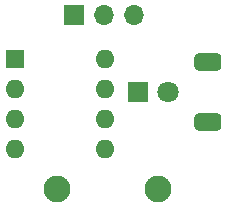
<source format=gbr>
%TF.GenerationSoftware,KiCad,Pcbnew,7.0.6-0*%
%TF.CreationDate,2023-08-01T18:43:18-04:00*%
%TF.ProjectId,PIR_Sensor,5049525f-5365-46e7-936f-722e6b696361,rev?*%
%TF.SameCoordinates,Original*%
%TF.FileFunction,Soldermask,Top*%
%TF.FilePolarity,Negative*%
%FSLAX46Y46*%
G04 Gerber Fmt 4.6, Leading zero omitted, Abs format (unit mm)*
G04 Created by KiCad (PCBNEW 7.0.6-0) date 2023-08-01 18:43:18*
%MOMM*%
%LPD*%
G01*
G04 APERTURE LIST*
G04 Aperture macros list*
%AMRoundRect*
0 Rectangle with rounded corners*
0 $1 Rounding radius*
0 $2 $3 $4 $5 $6 $7 $8 $9 X,Y pos of 4 corners*
0 Add a 4 corners polygon primitive as box body*
4,1,4,$2,$3,$4,$5,$6,$7,$8,$9,$2,$3,0*
0 Add four circle primitives for the rounded corners*
1,1,$1+$1,$2,$3*
1,1,$1+$1,$4,$5*
1,1,$1+$1,$6,$7*
1,1,$1+$1,$8,$9*
0 Add four rect primitives between the rounded corners*
20,1,$1+$1,$2,$3,$4,$5,0*
20,1,$1+$1,$4,$5,$6,$7,0*
20,1,$1+$1,$6,$7,$8,$9,0*
20,1,$1+$1,$8,$9,$2,$3,0*%
%AMFreePoly0*
4,1,35,0.312797,1.099367,0.509479,1.023172,0.688811,0.912134,0.844687,0.770034,0.971798,0.601712,1.065816,0.412899,1.123538,0.210026,1.143000,0.000000,1.123538,-0.210026,1.065816,-0.412899,0.971798,-0.601712,0.844687,-0.770034,0.688811,-0.912134,0.509479,-1.023172,0.312797,-1.099367,0.105463,-1.138124,-0.105463,-1.138124,-0.312797,-1.099367,-0.509479,-1.023172,-0.688811,-0.912134,
-0.844687,-0.770034,-0.971798,-0.601712,-1.065816,-0.412899,-1.123538,-0.210026,-1.143000,0.000000,-1.123538,0.210026,-1.065816,0.412899,-0.971798,0.601712,-0.844687,0.770034,-0.688811,0.912134,-0.509479,1.023172,-0.312797,1.099367,-0.105463,1.138124,0.105463,1.138124,0.312797,1.099367,0.312797,1.099367,$1*%
G04 Aperture macros list end*
%ADD10R,1.800000X1.800000*%
%ADD11C,1.800000*%
%ADD12R,1.700000X1.700000*%
%ADD13O,1.700000X1.700000*%
%ADD14FreePoly0,0.000000*%
%ADD15R,1.600000X1.600000*%
%ADD16O,1.600000X1.600000*%
%ADD17RoundRect,0.381000X-0.762000X-0.381000X0.762000X-0.381000X0.762000X0.381000X-0.762000X0.381000X0*%
G04 APERTURE END LIST*
D10*
%TO.C,D1*%
X152400000Y-96520000D03*
D11*
X154940000Y-96520000D03*
%TD*%
D12*
%TO.C,U3*%
X147000000Y-90000000D03*
D13*
X149540000Y-90000000D03*
X152080000Y-90000000D03*
%TD*%
D14*
%TO.C,R1*%
X145610000Y-104730000D03*
X154110000Y-104730000D03*
%TD*%
D15*
%TO.C,U1*%
X142000000Y-93730000D03*
D16*
X142000000Y-96270000D03*
X142000000Y-98810000D03*
X142000000Y-101350000D03*
X149620000Y-101350000D03*
X149620000Y-98810000D03*
X149620000Y-96270000D03*
X149620000Y-93730000D03*
%TD*%
D17*
%TO.C,U2*%
X158340000Y-93980000D03*
X158340000Y-99060000D03*
%TD*%
M02*

</source>
